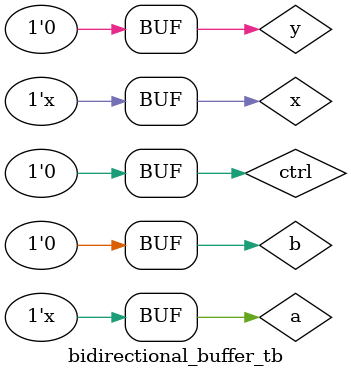
<source format=v>
module bidirectional_buffer_tb ();

   reg ctrl;
   wire a,b;
   reg x,y;

   bidirectional_buffer DUT(a,b,ctrl);

   assign a=x;
   assign b=y;

   initial begin
      ctrl=1'b1; x=1'b1;y=1'bz;
      #10;
      ctrl=1'b1; x=1'b0;y=1'bz;
      #10;
      ctrl=1'b0; y=1'b1;x=1'bz;
      #10;
      ctrl=1'b0; y=1'b0;x=1'bz;
      #10;
   end

endmodule

</source>
